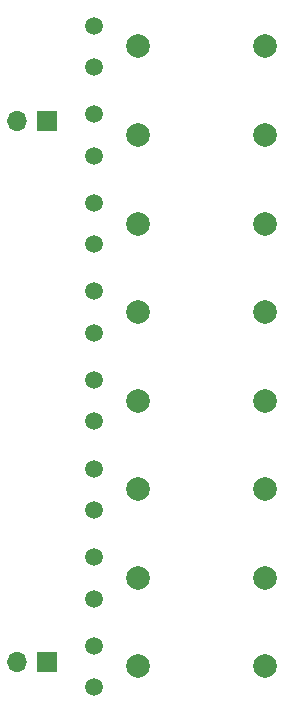
<source format=gbr>
%TF.GenerationSoftware,KiCad,Pcbnew,7.0.1*%
%TF.CreationDate,2023-08-30T09:28:39-04:00*%
%TF.ProjectId,TacTile-L1,54616354-696c-4652-9d4c-312e6b696361,rev?*%
%TF.SameCoordinates,Original*%
%TF.FileFunction,Soldermask,Top*%
%TF.FilePolarity,Negative*%
%FSLAX46Y46*%
G04 Gerber Fmt 4.6, Leading zero omitted, Abs format (unit mm)*
G04 Created by KiCad (PCBNEW 7.0.1) date 2023-08-30 09:28:39*
%MOMM*%
%LPD*%
G01*
G04 APERTURE LIST*
%ADD10C,2.000000*%
%ADD11C,1.500000*%
%ADD12R,1.700000X1.700000*%
%ADD13O,1.700000X1.700000*%
G04 APERTURE END LIST*
D10*
%TO.C,LD6*%
X48000000Y-66250000D03*
X37250000Y-66250000D03*
D11*
X33500000Y-68000000D03*
X33500000Y-64500000D03*
%TD*%
D10*
%TO.C,LD2*%
X48000000Y-36250000D03*
X37250000Y-36250000D03*
D11*
X33500000Y-38000000D03*
X33500000Y-34500000D03*
%TD*%
D10*
%TO.C,LD7*%
X48000000Y-73750000D03*
X37250000Y-73750000D03*
D11*
X33500000Y-75500000D03*
X33500000Y-72000000D03*
%TD*%
D10*
%TO.C,LD8*%
X48000000Y-81250000D03*
X37250000Y-81250000D03*
D11*
X33500000Y-83000000D03*
X33500000Y-79500000D03*
%TD*%
D12*
%TO.C,J2*%
X29500000Y-80875000D03*
D13*
X26960000Y-80875000D03*
%TD*%
D10*
%TO.C,LD5*%
X48000000Y-58750000D03*
X37250000Y-58750000D03*
D11*
X33500000Y-60500000D03*
X33500000Y-57000000D03*
%TD*%
D12*
%TO.C,J1*%
X29500000Y-35100000D03*
D13*
X26960000Y-35100000D03*
%TD*%
D10*
%TO.C,LD3*%
X48000000Y-43750000D03*
X37250000Y-43750000D03*
D11*
X33500000Y-45500000D03*
X33500000Y-42000000D03*
%TD*%
D10*
%TO.C,LD1*%
X48000000Y-28750000D03*
X37250000Y-28750000D03*
D11*
X33500000Y-30500000D03*
X33500000Y-27000000D03*
%TD*%
D10*
%TO.C,LD4*%
X48000000Y-51250000D03*
X37250000Y-51250000D03*
D11*
X33500000Y-53000000D03*
X33500000Y-49500000D03*
%TD*%
M02*

</source>
